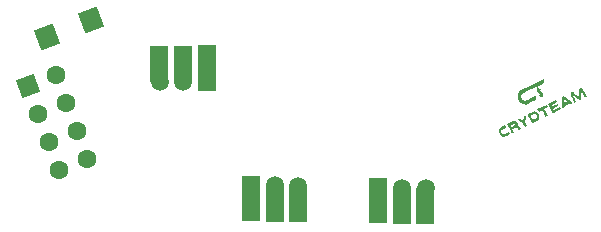
<source format=gts>
G04 Layer: TopSolderMaskLayer*
G04 EasyEDA Pro v1.9.30.011b94, 2023-06-19 19:01:04*
G04 Gerber Generator version 0.3*
G04 Scale: 100 percent, Rotated: No, Reflected: No*
G04 Dimensions in millimeters*
G04 Leading zeros omitted, absolute positions, 3 integers and 3 decimals*
%FSLAX33Y33*%
%MOMM*%
%AMRect*21,1,$1,$2,0,0,$3*%
%ADD10Rect,3.101599X1.5016X269.47*%
%ADD11Rect,3.101599X1.5016X270.47*%
%ADD12Rect,1.701597X1.801597X20.47*%
%ADD13Rect,1.6016X1.6016X-69.53*%
%ADD14C,1.6016*%
%ADD15Rect,1.5016X1.5016X-179.53*%
%ADD16C,1.5016*%
%ADD17Rect,1.5054X1.5016X-0.53*%
%ADD18Rect,1.5016X1.5016X-0.53*%
G75*


G04 Image Start*
G36*
G01X120857Y86213D02*
G01X119824Y85705D01*
G01X118918Y85250D01*
G01X118837Y85202D01*
G01X118802Y85179D01*
G01X118781Y85163D01*
G01X118765Y85150D01*
G01X118755Y85140D01*
G01X118745Y85130D01*
G01X118736Y85120D01*
G01X118727Y85108D01*
G01X118722Y85102D01*
G01X118709Y85082D01*
G01X118697Y85062D01*
G01X118675Y85018D01*
G01X118657Y84972D01*
G01X118643Y84923D01*
G01X118632Y84873D01*
G01X118626Y84820D01*
G01X118623Y84766D01*
G01X118624Y84712D01*
G01X118629Y84658D01*
G01X118637Y84603D01*
G01X118649Y84549D01*
G01X118665Y84496D01*
G01X118684Y84445D01*
G01X118707Y84395D01*
G01X118734Y84347D01*
G01X118764Y84303D01*
G01X118801Y84255D01*
G01X118841Y84211D01*
G01X118881Y84172D01*
G01X118909Y84148D01*
G01X118938Y84126D01*
G01X118967Y84107D01*
G01X118997Y84088D01*
G01X119027Y84072D01*
G01X119058Y84058D01*
G01X119090Y84045D01*
G01X119123Y84035D01*
G01X119156Y84026D01*
G01X119191Y84020D01*
G01X119226Y84015D01*
G01X119243Y84013D01*
G01X119307Y84009D01*
G01X119330Y84008D01*
G01X119352Y84010D01*
G01X119373Y84013D01*
G01X119396Y84017D01*
G01X119420Y84023D01*
G01X119460Y84036D01*
G01X119524Y84063D01*
G01X119780Y84186D01*
G01X120158Y84372D01*
G01X120166Y84541D01*
G01X120170Y84678D01*
G01Y84713D01*
G01X120169Y84719D01*
G01Y84723D01*
G01X120168Y84725D01*
G01X120158Y84723D01*
G01X120092Y84697D01*
G01X119739Y84531D01*
G01X119462Y84401D01*
G01X119376Y84366D01*
G01X119335Y84352D01*
G01X119306Y84344D01*
G01X119280Y84338D01*
G01X119257Y84334D01*
G01X119242Y84333D01*
G01X119228Y84332D01*
G01X119214Y84333D01*
G01X119201Y84334D01*
G01X119188Y84336D01*
G01X119176Y84339D01*
G01X119164Y84342D01*
G01X119152Y84347D01*
G01X119140Y84352D01*
G01X119122Y84361D01*
G01X119104Y84371D01*
G01X119079Y84388D01*
G01X119064Y84400D01*
G01X119047Y84416D01*
G01X119030Y84434D01*
G01X118996Y84478D01*
G01X118966Y84525D01*
G01X118954Y84548D01*
G01X118939Y84580D01*
G01X118928Y84609D01*
G01X118924Y84623D01*
G01X118920Y84636D01*
G01X118918Y84650D01*
G01X118916Y84663D01*
G01Y84676D01*
G01Y84690D01*
G01Y84704D01*
G01X118920Y84735D01*
G01X118927Y84769D01*
G01X118932Y84788D01*
G01X118965Y84918D01*
G01X119566Y85213D01*
G01X120041Y85437D01*
G01X120123Y85470D01*
G01X120159Y85483D01*
G01X120178Y85488D01*
G01X120189Y85490D01*
G01X120196Y85491D01*
G01X120201D01*
G01X120204D01*
G01X120206D01*
G01X120208D01*
G01X120210Y85490D01*
G01X120212D01*
G01X120225Y85483D01*
G01X120238Y85474D01*
G01X120250Y85464D01*
G01X120260Y85453D01*
G01X120268Y85441D01*
G01X120277Y85427D01*
G01X120283Y85412D01*
G01X120288Y85397D01*
G01X120291Y85381D01*
G01X120293Y85364D01*
G01X120294Y85347D01*
G01X120293Y85329D01*
G01X120291Y85311D01*
G01X120288Y85293D01*
G01X120282Y85274D01*
G01X120276Y85256D01*
G01X120268Y85236D01*
G01X120261Y85218D01*
G01X120257Y85200D01*
G01X120254Y85184D01*
G01X120252Y85169D01*
G01X120251Y85156D01*
G01X120252Y85143D01*
G01X120254Y85133D01*
G01X120258Y85124D01*
G01X120262Y85117D01*
G01X120268Y85111D01*
G01X120276Y85108D01*
G01X120284Y85106D01*
G01X120294Y85107D01*
G01X120305Y85110D01*
G01X120316Y85114D01*
G01X120335Y85121D01*
G01X120352Y85123D01*
G01X120367Y85119D01*
G01X120375Y85110D01*
G01X120377Y85098D01*
G01X120371Y85084D01*
G01X120359Y85072D01*
G01X120343Y85061D01*
G01X120326Y85050D01*
G01X120315Y85037D01*
G01X120309Y85024D01*
G01X120311Y85012D01*
G01X120319Y85003D01*
G01X120333Y84999D01*
G01X120350Y85001D01*
G01X120388Y85014D01*
G01X120405Y85015D01*
G01X120419Y85011D01*
G01X120428Y85003D01*
G01X120430Y84990D01*
G01X120424Y84977D01*
G01X120412Y84965D01*
G01X120395Y84953D01*
G01X120379Y84943D01*
G01X120367Y84930D01*
G01X120361Y84916D01*
G01X120363Y84904D01*
G01X120372Y84895D01*
G01X120386Y84892D01*
G01X120403Y84893D01*
G01X120441Y84907D01*
G01X120458Y84908D01*
G01X120472Y84904D01*
G01X120481Y84895D01*
G01X120482Y84883D01*
G01X120477Y84870D01*
G01X120466Y84857D01*
G01X120450Y84847D01*
G01X120437Y84840D01*
G01X120427Y84833D01*
G01X120423Y84826D01*
G01X120425Y84818D01*
G01X120433Y84807D01*
G01X120447Y84791D01*
G01X120498Y84745D01*
G01X120528Y84720D01*
G01X120571Y84688D01*
G01X120603Y84667D01*
G01X120632Y84650D01*
G01X120648Y84642D01*
G01X120656Y84639D01*
G01X120677Y84631D01*
G01X120694Y84626D01*
G01X120706Y84625D01*
G01X120715Y84627D01*
G01X120722Y84633D01*
G01X120727Y84643D01*
G01X120731Y84658D01*
G01X120735Y84679D01*
G01X120740Y84714D01*
G01X120744Y84787D01*
G01X120746Y84867D01*
G01X120744Y84938D01*
G01X120742Y84959D01*
G01X120740Y84967D01*
G01X120738Y84972D01*
G01X120736Y84976D01*
G01X120733Y84979D01*
G01X120729Y84980D01*
G01X120725D01*
G01X120720Y84978D01*
G01X120714Y84976D01*
G01X120699Y84969D01*
G01X120680Y84962D01*
G01X120663Y84961D01*
G01X120649Y84965D01*
G01X120640Y84974D01*
G01X120639Y84986D01*
G01X120644Y84999D01*
G01X120656Y85012D01*
G01X120673Y85023D01*
G01X120689Y85034D01*
G01X120701Y85046D01*
G01X120706Y85060D01*
G01X120705Y85072D01*
G01X120696Y85081D01*
G01X120683Y85084D01*
G01X120665Y85083D01*
G01X120628Y85070D01*
G01X120610Y85069D01*
G01X120596Y85072D01*
G01X120588Y85081D01*
G01X120586Y85093D01*
G01X120592Y85107D01*
G01X120603Y85119D01*
G01X120620Y85130D01*
G01X120637Y85141D01*
G01X120648Y85154D01*
G01X120654Y85167D01*
G01X120653Y85179D01*
G01X120643Y85188D01*
G01X120630Y85192D01*
G01X120612Y85191D01*
G01X120575Y85177D01*
G01X120558Y85176D01*
G01X120543Y85180D01*
G01X120535Y85189D01*
G01X120533Y85201D01*
G01X120539Y85214D01*
G01X120550Y85227D01*
G01X120567Y85238D01*
G01X120588Y85251D01*
G01X120598Y85266D01*
G01X120599Y85282D01*
G01X120591Y85298D01*
G01X120574Y85315D01*
G01X120550Y85330D01*
G01X120518Y85345D01*
G01X120479Y85357D01*
G01X120451Y85365D01*
G01X120427Y85374D01*
G01X120417Y85379D01*
G01X120408Y85384D01*
G01X120400Y85390D01*
G01X120392Y85396D01*
G01X120385Y85402D01*
G01X120378Y85410D01*
G01X120372Y85418D01*
G01X120366Y85427D01*
G01X120360Y85437D01*
G01X120350Y85459D01*
G01X120344Y85473D01*
G01X120310Y85561D01*
G01X120571Y85699D01*
G01X120728Y85784D01*
G01X120756Y85802D01*
G01X120774Y85815D01*
G01X120790Y85828D01*
G01X120800Y85836D01*
G01X120808Y85844D01*
G01X120816Y85853D01*
G01X120822Y85862D01*
G01X120828Y85871D01*
G01X120833Y85881D01*
G01X120837Y85891D01*
G01X120841Y85902D01*
G01X120844Y85913D01*
G01X120847Y85925D01*
G01X120850Y85944D01*
G01X120852Y85973D01*
G01X120855Y86087D01*
G37*
G36*
G01X123924Y85404D02*
G01X123910Y85403D01*
G01X123898Y85400D01*
G01X123886Y85396D01*
G01X123875Y85391D01*
G01X123865Y85384D01*
G01X123856Y85377D01*
G01X123847Y85367D01*
G01X123839Y85356D01*
G01X123832Y85344D01*
G01X123826Y85330D01*
G01X123819Y85315D01*
G01X123814Y85299D01*
G01X123810Y85281D01*
G01X123803Y85240D01*
G01X123799Y85194D01*
G01X123797Y85113D01*
G01X123804Y84983D01*
G01X123807Y84947D01*
G01X123820Y84762D01*
G01X123821Y84703D01*
G01Y84686D01*
G01X123820Y84677D01*
G01X123819Y84671D01*
G01Y84669D01*
G01X123818Y84667D01*
G01X123817D01*
G01X123810Y84669D01*
G01X123795Y84679D01*
G01X123744Y84718D01*
G01X123591Y84852D01*
G01X123488Y84943D01*
G01X123429Y84989D01*
G01X123394Y85014D01*
G01X123361Y85035D01*
G01X123338Y85047D01*
G01X123324Y85054D01*
G01X123309Y85060D01*
G01X123296Y85064D01*
G01X123283Y85067D01*
G01X123271Y85070D01*
G01X123259Y85071D01*
G01X123247D01*
G01X123236Y85070D01*
G01X123231Y85069D01*
G01X123225Y85068D01*
G01X123220Y85066D01*
G01X123214Y85065D01*
G01X123204Y85061D01*
G01X123195Y85055D01*
G01X123185Y85049D01*
G01X123175Y85041D01*
G01X123166Y85033D01*
G01X123157Y85023D01*
G01X123148Y85013D01*
G01X123135Y84996D01*
G01X123131Y84989D01*
G01X123121Y84974D01*
G01X123114Y84957D01*
G01X123110Y84939D01*
G01X123107Y84919D01*
G01Y84896D01*
G01X123109Y84873D01*
G01X123113Y84846D01*
G01X123120Y84816D01*
G01X123141Y84749D01*
G01X123193Y84622D01*
G01X123269Y84459D01*
G01X123412Y84168D01*
G01X123572Y84246D01*
G01X123440Y84513D01*
G01X123370Y84667D01*
G01X123341Y84738D01*
G01X123331Y84769D01*
G01X123325Y84787D01*
G01X123324Y84796D01*
G01X123323Y84800D01*
G01Y84806D01*
G01X123324Y84807D01*
G01X123332Y84808D01*
G01X123349Y84800D01*
G01X123374Y84784D01*
G01X123446Y84730D01*
G01X123588Y84609D01*
G01X123722Y84493D01*
G01X123779Y84449D01*
G01X123807Y84430D01*
G01X123826Y84418D01*
G01X123843Y84409D01*
G01X123854Y84404D01*
G01X123865Y84399D01*
G01X123875Y84396D01*
G01X123885Y84394D01*
G01X123895Y84392D01*
G01X123903Y84391D01*
G01X123912D01*
G01X123916Y84392D01*
G01X123925Y84393D01*
G01X123932Y84395D01*
G01X123940Y84398D01*
G01X123948Y84401D01*
G01X123955Y84406D01*
G01X123963Y84411D01*
G01X123970Y84416D01*
G01X123981Y84427D01*
G01X123989Y84434D01*
G01X123997Y84449D01*
G01X124003Y84473D01*
G01X124007Y84506D01*
G01X124011Y84601D01*
G01X124002Y84811D01*
G01X123993Y84979D01*
G01Y85055D01*
G01X123995Y85094D01*
G01X123998Y85115D01*
G01X124000Y85127D01*
G01X124001Y85131D01*
G01X124002Y85135D01*
G01X124004Y85138D01*
G01X124005Y85140D01*
G01X124007Y85142D01*
G01X124009Y85143D01*
G01X124011D01*
G01X124020Y85138D01*
G01X124032Y85125D01*
G01X124046Y85105D01*
G01X124082Y85046D01*
G01X124147Y84916D01*
G01X124252Y84697D01*
G01X124268Y84667D01*
G01X124277Y84654D01*
G01X124283Y84646D01*
G01X124288Y84639D01*
G01X124293Y84633D01*
G01X124296Y84631D01*
G01X124298Y84629D01*
G01X124300Y84627D01*
G01X124303Y84625D01*
G01X124306Y84624D01*
G01X124308Y84623D01*
G01X124310Y84622D01*
G01X124318Y84620D01*
G01X124325D01*
G01X124333Y84622D01*
G01X124339Y84624D01*
G01X124348Y84627D01*
G01X124381Y84643D01*
G01X124461Y84683D01*
G01X124302Y85007D01*
G01X124187Y85234D01*
G01X124165Y85271D01*
G01X124152Y85291D01*
G01X124143Y85304D01*
G01X124134Y85315D01*
G01X124125Y85325D01*
G01X124116Y85333D01*
G01X124106Y85340D01*
G01X124097Y85348D01*
G01X124087Y85354D01*
G01X124072Y85361D01*
G01X124037Y85377D01*
G01X124001Y85391D01*
G01X123983Y85396D01*
G01X123967Y85400D01*
G01X123952Y85403D01*
G01X123937Y85404D01*
G37*
G36*
G01X122508Y84710D02*
G01X122498Y84709D01*
G01X122487Y84707D01*
G01X122477Y84705D01*
G01X122467Y84702D01*
G01X122456Y84698D01*
G01X122447Y84694D01*
G01X122433Y84686D01*
G01X122419Y84674D01*
G01X122405Y84661D01*
G01X122392Y84645D01*
G01X122380Y84628D01*
G01X122370Y84610D01*
G01X122361Y84592D01*
G01X122354Y84573D01*
G01X122351Y84557D01*
G01X122349Y84531D01*
G01X122347Y84460D01*
G01X122349Y84396D01*
G01X122541D01*
G01X122542Y84422D01*
G01X122544Y84445D01*
G01X122546Y84455D01*
G01X122548Y84463D01*
G01X122550Y84470D01*
G01X122552Y84476D01*
G01X122556Y84480D01*
G01X122559Y84482D01*
G01X122579Y84479D01*
G01X122614Y84459D01*
G01X122659Y84426D01*
G01X122707Y84382D01*
G01X122772Y84316D01*
G01X122803Y84281D01*
G01X122817Y84263D01*
G01X122820Y84258D01*
G01X122821Y84255D01*
G01Y84253D01*
G01X122810Y84244D01*
G01X122781Y84228D01*
G01X122690Y84186D01*
G01X122562Y84133D01*
G01X122545Y84301D01*
G01X122541Y84351D01*
G01Y84396D01*
G01X122349D01*
G01X122357Y84188D01*
G01X122399Y83712D01*
G01X122407Y83697D01*
G01X122426Y83694D01*
G01X122459Y83703D01*
G01X122506Y83723D01*
G01X122546Y83744D01*
G01X122566Y83757D01*
G01X122574Y83763D01*
G01X122580Y83769D01*
G01X122586Y83775D01*
G01X122590Y83781D01*
G01X122594Y83788D01*
G01X122596Y83795D01*
G01X122597Y83801D01*
G01X122598Y83808D01*
G01X122597Y83816D01*
G01X122596Y83825D01*
G01X122594Y83833D01*
G01X122591Y83852D01*
G01X122593Y83868D01*
G01X122600Y83884D01*
G01X122616Y83900D01*
G01X122642Y83919D01*
G01X122731Y83966D01*
G01X122797Y83999D01*
G01X122926Y84060D01*
G01X122955Y84072D01*
G01X122972Y84078D01*
G01X122986Y84082D01*
G01X122992Y84083D01*
G01X122998Y84084D01*
G01X123004D01*
G01X123014D01*
G01X123018D01*
G01X123023Y84083D01*
G01X123027Y84081D01*
G01X123030Y84080D01*
G01X123038Y84076D01*
G01X123041Y84073D01*
G01X123045Y84070D01*
G01X123051Y84063D01*
G01X123055Y84059D01*
G01X123067Y84048D01*
G01X123079Y84039D01*
G01X123092Y84033D01*
G01X123106Y84031D01*
G01X123122Y84033D01*
G01X123140Y84037D01*
G01X123161Y84046D01*
G01X123185Y84057D01*
G01X123219Y84075D01*
G01X123247Y84092D01*
G01X123257Y84099D01*
G01X123264Y84106D01*
G01X123268Y84111D01*
G01Y84115D01*
G01X123261Y84123D01*
G01X122975Y84396D01*
G01X122799Y84552D01*
G01X122728Y84608D01*
G01X122684Y84640D01*
G01X122651Y84662D01*
G01X122621Y84679D01*
G01X122600Y84689D01*
G01X122579Y84697D01*
G01X122567Y84701D01*
G01X122554Y84705D01*
G01X122542Y84707D01*
G01X122531Y84709D01*
G01X122519Y84710D01*
G37*
G36*
G01X121890Y84387D02*
G01X121228Y84062D01*
G01X121239Y83983D01*
G01X121245Y83958D01*
G01X121269Y83887D01*
G01X121332Y83741D01*
G01X121437Y83527D01*
G01X121512Y83396D01*
G01X121532Y83364D01*
G01X121550Y83340D01*
G01X121563Y83325D01*
G01X121580Y83314D01*
G01X121599Y83307D01*
G01X121623Y83308D01*
G01X121656Y83316D01*
G01X121701Y83333D01*
G01X121942Y83447D01*
G01X122272Y83608D01*
G01X122180Y83796D01*
G01X121655Y83539D01*
G01X121622Y83606D01*
G01X121590Y83673D01*
G01X121852Y83802D01*
G01X122114Y83931D01*
G01X122048Y84065D01*
G01X121784Y83935D01*
G01X121607Y83851D01*
G01X121580Y83840D01*
G01X121563Y83834D01*
G01X121552Y83831D01*
G01X121545Y83830D01*
G01X121540Y83829D01*
G01X121530D01*
G01X121527Y83830D01*
G01X121525D01*
G01X121524Y83831D01*
G01X121522Y83832D01*
G01X121520D01*
G01X121517Y83834D01*
G01X121516Y83836D01*
G01X121514Y83837D01*
G01X121513Y83838D01*
G01X121512Y83840D01*
G01X121509Y83843D01*
G01X121505Y83851D01*
G01X121501Y83862D01*
G01X121498Y83870D01*
G01X121492Y83891D01*
G01X121491Y83909D01*
G01X121497Y83926D01*
G01X121514Y83944D01*
G01X121543Y83965D01*
G01X121648Y84025D01*
G01X121728Y84067D01*
G01X121981Y84201D01*
G01X121936Y84294D01*
G37*
G36*
G01X121069Y83985D02*
G01X120681Y83794D01*
G01X120294Y83604D01*
G01X120386Y83416D01*
G01X120535Y83489D01*
G01X120683Y83561D01*
G01X120828Y83266D01*
G01X120973Y82971D01*
G01X121064Y83015D01*
G01X121155Y83060D01*
G01X121010Y83356D01*
G01X120865Y83651D01*
G01X121013Y83723D01*
G01X121162Y83797D01*
G37*
G36*
G01X120053Y83430D02*
G01X120037Y83429D01*
G01X120003Y83426D01*
G01X119966Y83419D01*
G01X119928Y83409D01*
G01X119886Y83395D01*
G01X119817Y83367D01*
G01X119713Y83319D01*
G01X119590Y83256D01*
G01X119543Y83228D01*
G01X119521Y83213D01*
G01X119509Y83205D01*
G01X119499Y83197D01*
G01X119491Y83189D01*
G01X119488Y83185D01*
G01X119485Y83181D01*
G01X119483Y83178D01*
G01X119481Y83175D01*
G01X119478Y83166D01*
G01Y83160D01*
G01X119483Y83145D01*
G01X119511Y83081D01*
G01X119750D01*
G01Y83084D01*
G01X119765Y83101D01*
G01X119799Y83123D01*
G01X119848Y83148D01*
G01X119908Y83174D01*
G01X119969Y83197D01*
G01X120002Y83207D01*
G01X120017Y83211D01*
G01X120030Y83213D01*
G01X120043Y83215D01*
G01X120056D01*
G01X120067D01*
G01X120078Y83214D01*
G01X120089Y83211D01*
G01X120099Y83208D01*
G01X120110Y83204D01*
G01X120121Y83200D01*
G01X120131Y83194D01*
G01X120151Y83182D01*
G01X120168Y83169D01*
G01X120185Y83155D01*
G01X120199Y83140D01*
G01X120213Y83124D01*
G01X120225Y83107D01*
G01X120235Y83089D01*
G01X120243Y83071D01*
G01X120250Y83052D01*
G01X120255Y83033D01*
G01X120258Y83014D01*
G01X120259Y82995D01*
G01Y82975D01*
G01X120257Y82955D01*
G01X120252Y82936D01*
G01X120246Y82916D01*
G01X120241Y82905D01*
G01X120235Y82893D01*
G01X120230Y82882D01*
G01X120223Y82872D01*
G01X120216Y82862D01*
G01X120208Y82852D01*
G01X120199Y82843D01*
G01X120190Y82834D01*
G01X120179Y82825D01*
G01X120154Y82808D01*
G01X120124Y82789D01*
G01X120068Y82760D01*
G01X119923Y82689D01*
G01X119833Y82872D01*
G01X119784Y82980D01*
G01X119762Y83037D01*
G01X119754Y83059D01*
G01X119752Y83068D01*
G01X119750Y83075D01*
G01Y83081D01*
G01X119511D01*
G01X119534Y83030D01*
G01X119660Y82775D01*
G01X119838Y82430D01*
G01X120070Y82534D01*
G01X120187Y82590D01*
G01X120246Y82621D01*
G01X120288Y82647D01*
G01X120317Y82667D01*
G01X120344Y82688D01*
G01X120361Y82703D01*
G01X120377Y82719D01*
G01X120391Y82735D01*
G01X120404Y82751D01*
G01X120415Y82767D01*
G01X120424Y82785D01*
G01X120433Y82802D01*
G01X120440Y82820D01*
G01X120446Y82839D01*
G01X120450Y82859D01*
G01X120454Y82879D01*
G01X120456Y82893D01*
G01X120459Y82925D01*
G01X120460Y82957D01*
G01Y82987D01*
G01X120457Y83017D01*
G01X120453Y83046D01*
G01X120448Y83074D01*
G01X120441Y83101D01*
G01X120431Y83128D01*
G01X120420Y83154D01*
G01X120407Y83179D01*
G01X120393Y83204D01*
G01X120376Y83228D01*
G01X120358Y83252D01*
G01X120338Y83275D01*
G01X120316Y83298D01*
G01X120292Y83320D01*
G01X120261Y83346D01*
G01X120232Y83368D01*
G01X120203Y83387D01*
G01X120174Y83402D01*
G01X120159Y83409D01*
G01X120145Y83415D01*
G01X120130Y83419D01*
G01X120115Y83423D01*
G01X120100Y83426D01*
G01X120085Y83428D01*
G01X120069Y83429D01*
G37*
G36*
G01X119341Y83119D02*
G01X119241Y83081D01*
G01X119210Y83069D01*
G01X119197Y83063D01*
G01X119185Y83056D01*
G01X119175Y83049D01*
G01X119167Y83042D01*
G01X119159Y83033D01*
G01X119152Y83023D01*
G01X119146Y83013D01*
G01X119141Y83000D01*
G01X119136Y82986D01*
G01X119127Y82950D01*
G01X119113Y82877D01*
G01X119101Y82812D01*
G01X119089Y82768D01*
G01X119079Y82734D01*
G01X119072Y82716D01*
G01X119068Y82710D01*
G01X119065Y82704D01*
G01X119061Y82700D01*
G01X119059Y82698D01*
G01X119037Y82699D01*
G01X118997Y82712D01*
G01X118945Y82734D01*
G01X118887Y82763D01*
G01X118822Y82797D01*
G01X118797Y82809D01*
G01X118782Y82814D01*
G01X118767Y82818D01*
G01X118754Y82821D01*
G01X118748Y82822D01*
G01X118735Y82823D01*
G01X118723Y82822D01*
G01X118717Y82821D01*
G01X118704Y82818D01*
G01X118691Y82814D01*
G01X118677Y82809D01*
G01X118645Y82795D01*
G01X118636Y82790D01*
G01X118531Y82738D01*
G01X118622Y82692D01*
G01X118890Y82559D01*
G01X118983Y82512D01*
G01X119011Y82496D01*
G01X119027Y82484D01*
G01X119042Y82473D01*
G01X119055Y82461D01*
G01X119068Y82448D01*
G01X119079Y82433D01*
G01X119090Y82417D01*
G01X119107Y82388D01*
G01X119153Y82297D01*
G01X119240Y82120D01*
G01X119320Y82159D01*
G01X119400Y82199D01*
G01X119314Y82372D01*
G01X119229Y82546D01*
G01X119285Y82832D01*
G37*
G36*
G01X118394Y82624D02*
G01X118378Y82623D01*
G01X118360Y82621D01*
G01X118323Y82613D01*
G01X118281Y82601D01*
G01X118209Y82574D01*
G01X118095Y82524D01*
G01X118028Y82492D01*
G01X117744Y82352D01*
G01X117811Y82206D01*
G01X118018D01*
G01Y82217D01*
G01X118021Y82226D01*
G01X118026Y82236D01*
G01X118033Y82245D01*
G01X118043Y82255D01*
G01X118056Y82264D01*
G01X118071Y82274D01*
G01X118112Y82296D01*
G01X118199Y82336D01*
G01X118296Y82376D01*
G01X118322Y82385D01*
G01X118336Y82389D01*
G01X118348Y82392D01*
G01X118359Y82393D01*
G01X118364Y82392D01*
G01X118369D01*
G01X118377Y82390D01*
G01X118381Y82388D01*
G01X118384Y82387D01*
G01X118387Y82384D01*
G01X118391Y82382D01*
G01X118397Y82376D01*
G01X118403Y82369D01*
G01X118409Y82361D01*
G01X118412Y82355D01*
G01X118423Y82337D01*
G01X118430Y82321D01*
G01X118428Y82308D01*
G01X118418Y82293D01*
G01X118397Y82278D01*
G01X118363Y82258D01*
G01X118254Y82203D01*
G01X118139Y82149D01*
G01X118114Y82139D01*
G01X118099Y82134D01*
G01X118087Y82131D01*
G01X118082Y82130D01*
G01X118076Y82129D01*
G01X118067D01*
G01X118063Y82130D01*
G01X118060D01*
G01X118057Y82131D01*
G01X118053Y82133D01*
G01X118051Y82135D01*
G01X118048Y82137D01*
G01X118045Y82140D01*
G01X118043Y82142D01*
G01X118041Y82145D01*
G01X118038Y82149D01*
G01X118034Y82156D01*
G01X118028Y82171D01*
G01X118023Y82183D01*
G01X118020Y82195D01*
G01X118018Y82206D01*
G01X117811D01*
G01X117872Y82073D01*
G01X118038Y81730D01*
G01X118063Y81684D01*
G01X118092Y81635D01*
G01X118100Y81622D01*
G01X118107Y81612D01*
G01X118114Y81605D01*
G01X118121Y81598D01*
G01X118128Y81594D01*
G01X118135Y81591D01*
G01X118142Y81590D01*
G01X118150D01*
G01X118159Y81592D01*
G01X118168Y81595D01*
G01X118191Y81606D01*
G01X118204Y81612D01*
G01X118283Y81650D01*
G01X118216Y81786D01*
G01X118150Y81921D01*
G01X118353Y82012D01*
G01X118557Y82101D01*
G01X118626Y81977D01*
G01X118696Y81853D01*
G01X118786Y81897D01*
G01X118875Y81941D01*
G01X118780Y82102D01*
G01X118739Y82167D01*
G01X118700Y82223D01*
G01X118674Y82256D01*
G01X118660Y82273D01*
G01X118653Y82279D01*
G01X118647Y82283D01*
G01X118643Y82286D01*
G01X118624Y82300D01*
G01X118613Y82314D01*
G01X118609Y82332D01*
G01X118612Y82353D01*
G01X118613Y82376D01*
G01X118609Y82406D01*
G01X118600Y82439D01*
G01X118588Y82471D01*
G01X118569Y82506D01*
G01X118550Y82536D01*
G01X118541Y82549D01*
G01X118531Y82562D01*
G01X118521Y82573D01*
G01X118511Y82584D01*
G01X118500Y82593D01*
G01X118489Y82600D01*
G01X118477Y82607D01*
G01X118465Y82613D01*
G01X118452Y82618D01*
G01X118439Y82621D01*
G01X118424Y82623D01*
G01X118410Y82624D01*
G37*
G36*
G01X117581Y82273D02*
G01X117359Y82163D01*
G01X117248Y82106D01*
G01X117206Y82082D01*
G01X117181Y82065D01*
G01X117159Y82049D01*
G01X117146Y82038D01*
G01X117135Y82028D01*
G01X117124Y82017D01*
G01X117115Y82006D01*
G01X117107Y81995D01*
G01X117100Y81983D01*
G01X117093Y81971D01*
G01X117074Y81932D01*
G01X117058Y81895D01*
G01X117050Y81872D01*
G01X117043Y81848D01*
G01X117038Y81826D01*
G01X117035Y81804D01*
G01X117033Y81781D01*
G01X117034Y81759D01*
G01X117035Y81735D01*
G01X117039Y81712D01*
G01X117043Y81687D01*
G01X117054Y81649D01*
G01X117068Y81608D01*
G01X117080Y81578D01*
G01X117106Y81518D01*
G01X117122Y81485D01*
G01X117139Y81457D01*
G01X117156Y81432D01*
G01X117175Y81410D01*
G01X117197Y81389D01*
G01X117222Y81369D01*
G01X117235Y81359D01*
G01X117261Y81340D01*
G01X117287Y81325D01*
G01X117313Y81312D01*
G01X117338Y81301D01*
G01X117365Y81294D01*
G01X117378Y81291D01*
G01X117391Y81289D01*
G01X117419Y81286D01*
G01X117447Y81287D01*
G01X117477Y81290D01*
G01X117509Y81295D01*
G01X117542Y81303D01*
G01X117577Y81315D01*
G01X117635Y81336D01*
G01X117721Y81375D01*
G01X117745Y81387D01*
G01X117964Y81494D01*
G01X117871Y81682D01*
G01X117665Y81581D01*
G01X117551Y81527D01*
G01X117520Y81514D01*
G01X117501Y81508D01*
G01X117485Y81503D01*
G01X117470Y81500D01*
G01X117456Y81498D01*
G01X117450D01*
G01X117443D01*
G01X117436D01*
G01X117430Y81499D01*
G01X117418Y81501D01*
G01X117405Y81505D01*
G01X117392Y81509D01*
G01X117370Y81518D01*
G01X117352Y81527D01*
G01X117333Y81538D01*
G01X117317Y81549D01*
G01X117302Y81561D01*
G01X117288Y81574D01*
G01X117275Y81588D01*
G01X117264Y81603D01*
G01X117255Y81619D01*
G01X117246Y81636D01*
G01X117239Y81653D01*
G01X117234Y81671D01*
G01X117230Y81690D01*
G01X117228Y81710D01*
G01X117227Y81730D01*
G01X117228Y81750D01*
G01X117231Y81772D01*
G01X117233Y81785D01*
G01X117236Y81798D01*
G01X117239Y81810D01*
G01X117243Y81821D01*
G01X117249Y81831D01*
G01X117256Y81841D01*
G01X117265Y81852D01*
G01X117275Y81862D01*
G01X117288Y81872D01*
G01X117321Y81895D01*
G01X117423Y81955D01*
G01X117457Y81973D01*
G01X117671Y82090D01*
G01X117626Y82181D01*
G37*
G04 Image End*
G04 Image End*

G04 Pad Start*
G54D10*
G01X96005Y75639D03*
G01X98034Y75586D03*
G01X100023Y75579D03*
G54D11*
G01X88288Y87438D03*
G01X90290Y87478D03*
G01X92322Y87490D03*
G54D10*
G01X106782Y75469D03*
G01X108811Y75434D03*
G01X110812Y75409D03*
G54D12*
G01X78781Y89760D03*
G01X82454Y91132D03*
G54D13*
G01X77133Y85620D03*
G54D14*
G01X79512Y86508D03*
G01X78021Y83240D03*
G01X80401Y84129D03*
G01X78909Y80861D03*
G01X81289Y81749D03*
G01X79798Y78481D03*
G01X82177Y79370D03*
G54D15*
G01X92334Y85945D03*
G54D16*
G01X90303Y85928D03*
G01X88303Y85911D03*
G54D18*
G01X106794Y77002D03*
G54D16*
G01X108826Y76983D03*
G01X110826Y76965D03*
G54D18*
G01X96017Y77181D03*
G54D16*
G01X98049Y77162D03*
G01X100049Y77144D03*
G04 Pad End*

M02*

</source>
